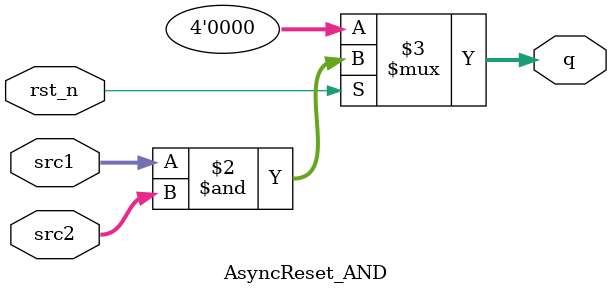
<source format=sv>
module AsyncReset_AND(
    input rst_n,
    input [3:0] src1, src2,
    output reg [3:0] q
);
    always @(*) begin
        q = rst_n ? (src1 & src2) : 4'b0000;
    end
endmodule

</source>
